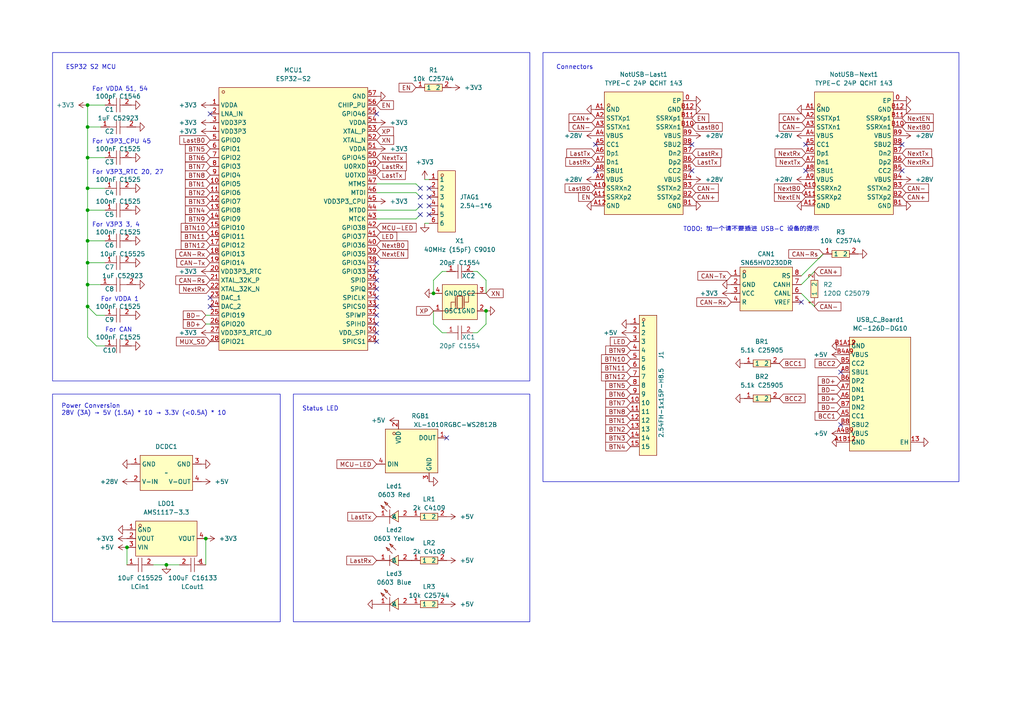
<source format=kicad_sch>
(kicad_sch (version 20230121) (generator eeschema)
  (paper "A4")
  (junction (at 25.4 30.48))
  (junction (at 59.69 156.21))
  (junction (at 125.73 85.09))
  (junction (at 25.4 45.72))
  (junction (at 36.83 158.75))
  (junction (at 25.4 88.9))
  (junction (at 48.26 163.83))
  (junction (at 25.4 60.96))
  (junction (at 25.4 54.61))
  (junction (at 25.4 82.55))
  (junction (at 25.4 76.2))
  (junction (at 25.4 69.85))
  (junction (at 140.97 90.17))
  (junction (at 25.4 36.83))
  (no_connect (at 109.22 83.82))
  (no_connect (at 200.66 41.91))
  (no_connect (at 109.22 86.36))
  (no_connect (at 172.72 41.91))
  (no_connect (at 124.46 57.15))
  (no_connect (at 124.46 54.61))
  (no_connect (at 109.22 88.9))
  (no_connect (at 109.22 96.52))
  (no_connect (at 109.22 76.2))
  (no_connect (at 172.72 49.53))
  (no_connect (at 233.68 49.53))
  (no_connect (at 243.84 107.95))
  (no_connect (at 109.22 91.44))
  (no_connect (at 109.22 78.74))
  (no_connect (at 109.22 33.02))
  (no_connect (at 60.96 33.02))
  (no_connect (at 243.84 123.19))
  (no_connect (at 261.62 41.91))
  (no_connect (at 121.92 57.15))
  (no_connect (at 261.62 49.53))
  (no_connect (at 124.46 59.69))
  (no_connect (at 232.41 87.63))
  (no_connect (at 109.22 81.28))
  (no_connect (at 60.96 88.9))
  (no_connect (at 109.22 99.06))
  (no_connect (at 124.46 62.23))
  (no_connect (at 109.22 93.98))
  (no_connect (at 200.66 49.53))
  (no_connect (at 121.92 59.69))
  (no_connect (at 121.92 54.61))
  (no_connect (at 60.96 86.36))
  (no_connect (at 129.54 127))
  (no_connect (at 233.68 41.91))
  (no_connect (at 121.92 62.23))
  (wire (pts (xy 120.65 55.88) (xy 121.92 57.15)))
  (wire (pts (xy 25.4 69.85) (xy 25.4 76.2)))
  (wire (pts (xy 25.4 30.48) (xy 30.48 30.48)))
  (wire (pts (xy 137.16 78.74) (xy 138.43 78.74)))
  (wire (pts (xy 128.27 96.52) (xy 129.54 96.52)))
  (wire (pts (xy 25.4 36.83) (xy 25.4 45.72)))
  (wire (pts (xy 125.73 81.28) (xy 128.27 78.74)))
  (wire (pts (xy 232.41 82.55) (xy 236.22 78.74)))
  (wire (pts (xy 124.46 64.77) (xy 123.19 64.77)))
  (wire (pts (xy 25.4 45.72) (xy 30.48 45.72)))
  (wire (pts (xy 25.4 54.61) (xy 30.48 54.61)))
  (wire (pts (xy 27.94 100.33) (xy 30.48 100.33)))
  (wire (pts (xy 109.22 60.96) (xy 120.65 60.96)))
  (wire (pts (xy 109.22 55.88) (xy 120.65 55.88)))
  (wire (pts (xy 124.46 52.07) (xy 123.19 52.07)))
  (wire (pts (xy 232.41 80.01) (xy 238.76 73.66)))
  (wire (pts (xy 25.4 60.96) (xy 30.48 60.96)))
  (wire (pts (xy 59.69 156.21) (xy 59.69 163.83)))
  (wire (pts (xy 25.4 54.61) (xy 25.4 60.96)))
  (wire (pts (xy 59.69 93.98) (xy 60.96 93.98)))
  (wire (pts (xy 128.27 78.74) (xy 129.54 78.74)))
  (wire (pts (xy 138.43 96.52) (xy 140.97 93.98)))
  (wire (pts (xy 25.4 76.2) (xy 25.4 82.55)))
  (wire (pts (xy 25.4 45.72) (xy 25.4 54.61)))
  (wire (pts (xy 25.4 82.55) (xy 25.4 88.9)))
  (wire (pts (xy 125.73 85.09) (xy 125.73 81.28)))
  (wire (pts (xy 109.22 63.5) (xy 120.65 63.5)))
  (wire (pts (xy 125.73 93.98) (xy 128.27 96.52)))
  (wire (pts (xy 125.73 90.17) (xy 125.73 93.98)))
  (wire (pts (xy 120.65 63.5) (xy 121.92 62.23)))
  (wire (pts (xy 25.4 60.96) (xy 25.4 69.85)))
  (wire (pts (xy 25.4 97.79) (xy 27.94 100.33)))
  (wire (pts (xy 27.94 91.44) (xy 30.48 91.44)))
  (wire (pts (xy 109.22 53.34) (xy 120.65 53.34)))
  (wire (pts (xy 140.97 81.28) (xy 140.97 85.09)))
  (wire (pts (xy 25.4 88.9) (xy 25.4 97.79)))
  (wire (pts (xy 25.4 88.9) (xy 27.94 91.44)))
  (wire (pts (xy 25.4 36.83) (xy 29.21 36.83)))
  (wire (pts (xy 140.97 90.17) (xy 140.97 93.98)))
  (wire (pts (xy 44.45 163.83) (xy 48.26 163.83)))
  (wire (pts (xy 232.41 85.09) (xy 236.22 88.9)))
  (wire (pts (xy 59.69 91.44) (xy 60.96 91.44)))
  (wire (pts (xy 25.4 76.2) (xy 30.48 76.2)))
  (wire (pts (xy 25.4 69.85) (xy 30.48 69.85)))
  (wire (pts (xy 137.16 96.52) (xy 138.43 96.52)))
  (wire (pts (xy 48.26 163.83) (xy 52.07 163.83)))
  (wire (pts (xy 36.83 158.75) (xy 36.83 163.83)))
  (wire (pts (xy 138.43 78.74) (xy 140.97 81.28)))
  (wire (pts (xy 120.65 53.34) (xy 121.92 54.61)))
  (wire (pts (xy 25.4 82.55) (xy 29.21 82.55)))
  (wire (pts (xy 120.65 60.96) (xy 121.92 59.69)))
  (wire (pts (xy 25.4 30.48) (xy 25.4 36.83)))
  (rectangle (start 157.48 15.24) (end 278.13 139.7))
  (rectangle (start 15.24 114.3) (end 81.28 180.34))
  (rectangle (start 85.09 114.3) (end 153.67 180.34))
  (rectangle (start 15.24 15.24) (end 153.67 110.49))
  (text "For VDDA 1" (at 29.21 87.63 0) (effects (font (size 1.27 1.27)) (justify left bottom)))
  (text "For V3P3_RTC 20, 27" (at 26.67 50.8 0) (effects (font (size 1.27 1.27)) (justify left bottom)))
  (text "For V3P3 3, 4" (at 26.67 66.04 0) (effects (font (size 1.27 1.27)) (justify left bottom)))
  (text "TODO: 加一个请不要插进 USB-C 设备的提示" (at 198.12 67.31 0) (effects (font (size 1.27 1.27)) (justify left bottom)))
  (text "Power Conversion\n28V (3A) → 5V (1.5A) * 10 → 3.3V (<0.5A) * 10" (at 17.78 120.65 0) (effects (font (size 1.27 1.27)) (justify left bottom)))
  (text "For VDDA 51, 54" (at 26.67 26.67 0) (effects (font (size 1.27 1.27)) (justify left bottom)))
  (text "Status LED" (at 87.63 119.38 0) (effects (font (size 1.27 1.27)) (justify left bottom)))
  (text "ESP32 S2 MCU" (at 19.05 20.32 0) (effects (font (size 1.27 1.27)) (justify left bottom)))
  (text "For V3P3_CPU 45" (at 26.67 41.91 0) (effects (font (size 1.27 1.27)) (justify left bottom)))
  (text "Connectors" (at 161.29 20.32 0) (effects (font (size 1.27 1.27)) (justify left bottom)))
  (text "For CAN\n" (at 30.48 96.52 0) (effects (font (size 1.27 1.27)) (justify left bottom)))
  (global_label "EN" (shape input) (at 200.66 34.29 0) (property "Intersheetrefs" "${INTERSHEET_REFS}" (effects hide)))
  (global_label "BTN4" (shape input) (at 60.96 60.96 180) (property "Intersheetrefs" "${INTERSHEET_REFS}" (effects hide)))
  (global_label "NextRx" (shape input) (at 60.96 83.82 180) (property "Intersheetrefs" "${INTERSHEET_REFS}" (effects hide)))
  (global_label "BD-" (shape input) (at 243.84 118.11 180) (property "Intersheetrefs" "${INTERSHEET_REFS}" (effects hide)))
  (global_label "CAN-Tx" (shape input) (at 60.96 76.2 180) (property "Intersheetrefs" "${INTERSHEET_REFS}" (effects hide)))
  (global_label "NextB0" (shape input) (at 233.68 54.61 180) (property "Intersheetrefs" "${INTERSHEET_REFS}" (effects hide)))
  (global_label "BD-" (shape input) (at 59.69 91.44 180) (property "Intersheetrefs" "${INTERSHEET_REFS}" (effects hide)))
  (global_label "XN" (shape input) (at 109.22 40.64 0) (property "Intersheetrefs" "${INTERSHEET_REFS}" (effects hide)))
  (global_label "MUX_S0" (shape input) (at 60.96 99.06 180) (property "Intersheetrefs" "${INTERSHEET_REFS}" (effects hide)))
  (global_label "CAN+" (shape input) (at 236.22 78.74 0) (property "Intersheetrefs" "${INTERSHEET_REFS}" (effects hide)))
  (global_label "BTN2" (shape input) (at 60.96 55.88 180) (property "Intersheetrefs" "${INTERSHEET_REFS}" (effects hide)))
  (global_label "NextEN" (shape input) (at 233.68 57.15 180) (property "Intersheetrefs" "${INTERSHEET_REFS}" (effects hide)))
  (global_label "LastB0" (shape input) (at 60.96 40.64 180) (property "Intersheetrefs" "${INTERSHEET_REFS}" (effects hide)))
  (global_label "BTN7" (shape input) (at 182.88 116.84 180) (property "Intersheetrefs" "${INTERSHEET_REFS}" (effects hide)))
  (global_label "BTN3" (shape input) (at 60.96 58.42 180) (property "Intersheetrefs" "${INTERSHEET_REFS}" (effects hide)))
  (global_label "NextEN" (shape input) (at 109.22 73.66 0) (property "Intersheetrefs" "${INTERSHEET_REFS}" (effects hide)))
  (global_label "LED" (shape input) (at 109.22 68.58 0) (property "Intersheetrefs" "${INTERSHEET_REFS}" (effects hide)))
  (global_label "CAN+" (shape input) (at 261.62 57.15 0) (property "Intersheetrefs" "${INTERSHEET_REFS}" (effects hide)))
  (global_label "BTN10" (shape input) (at 182.88 104.14 180) (property "Intersheetrefs" "${INTERSHEET_REFS}" (effects hide)))
  (global_label "BTN12" (shape input) (at 60.96 71.12 180) (property "Intersheetrefs" "${INTERSHEET_REFS}" (effects hide)))
  (global_label "EN" (shape input) (at 120.65 25.4 180) (property "Intersheetrefs" "${INTERSHEET_REFS}" (effects hide)))
  (global_label "BCC2" (shape input) (at 243.84 105.41 180) (property "Intersheetrefs" "${INTERSHEET_REFS}" (effects hide)))
  (global_label "MCU-LED" (shape input) (at 109.22 66.04 0) (property "Intersheetrefs" "${INTERSHEET_REFS}" (effects hide)))
  (global_label "CAN-Rx" (shape input) (at 60.96 73.66 180) (property "Intersheetrefs" "${INTERSHEET_REFS}" (effects hide)))
  (global_label "BTN2" (shape input) (at 182.88 124.46 180) (property "Intersheetrefs" "${INTERSHEET_REFS}" (effects hide)))
  (global_label "LastTx" (shape input) (at 109.22 149.86 180) (property "Intersheetrefs" "${INTERSHEET_REFS}" (effects hide)))
  (global_label "LED" (shape input) (at 182.88 99.06 180) (property "Intersheetrefs" "${INTERSHEET_REFS}" (effects hide)))
  (global_label "NextTx" (shape input) (at 233.68 46.99 180) (property "Intersheetrefs" "${INTERSHEET_REFS}" (effects hide)))
  (global_label "XN" (shape input) (at 140.97 85.09 0) (property "Intersheetrefs" "${INTERSHEET_REFS}" (effects hide)))
  (global_label "BTN9" (shape input) (at 182.88 101.6 180) (property "Intersheetrefs" "${INTERSHEET_REFS}" (effects hide)))
  (global_label "EN" (shape input) (at 172.72 57.15 180) (property "Intersheetrefs" "${INTERSHEET_REFS}" (effects hide)))
  (global_label "NextTx" (shape input) (at 261.62 44.45 0) (property "Intersheetrefs" "${INTERSHEET_REFS}" (effects hide)))
  (global_label "CAN-Rs" (shape input) (at 60.96 81.28 180) (property "Intersheetrefs" "${INTERSHEET_REFS}" (effects hide)))
  (global_label "BTN5" (shape input) (at 182.88 111.76 180) (property "Intersheetrefs" "${INTERSHEET_REFS}" (effects hide)))
  (global_label "BTN8" (shape input) (at 60.96 50.8 180) (property "Intersheetrefs" "${INTERSHEET_REFS}" (effects hide)))
  (global_label "CAN-" (shape input) (at 200.66 54.61 0) (property "Intersheetrefs" "${INTERSHEET_REFS}" (effects hide)))
  (global_label "BTN10" (shape input) (at 60.96 66.04 180) (property "Intersheetrefs" "${INTERSHEET_REFS}" (effects hide)))
  (global_label "LastRx" (shape input) (at 109.22 48.26 0) (property "Intersheetrefs" "${INTERSHEET_REFS}" (effects hide)))
  (global_label "BCC1" (shape input) (at 226.06 105.41 0) (property "Intersheetrefs" "${INTERSHEET_REFS}" (effects hide)))
  (global_label "BTN8" (shape input) (at 182.88 119.38 180) (property "Intersheetrefs" "${INTERSHEET_REFS}" (effects hide)))
  (global_label "LastTx" (shape input) (at 109.22 50.8 0) (property "Intersheetrefs" "${INTERSHEET_REFS}" (effects hide)))
  (global_label "BD+" (shape input) (at 59.69 93.98 180) (property "Intersheetrefs" "${INTERSHEET_REFS}" (effects hide)))
  (global_label "BTN11" (shape input) (at 182.88 106.68 180) (property "Intersheetrefs" "${INTERSHEET_REFS}" (effects hide)))
  (global_label "NextRx" (shape input) (at 261.62 46.99 0) (property "Intersheetrefs" "${INTERSHEET_REFS}" (effects hide)))
  (global_label "NextEN" (shape input) (at 261.62 34.29 0) (property "Intersheetrefs" "${INTERSHEET_REFS}" (effects hide)))
  (global_label "LastTx" (shape input) (at 200.66 46.99 0) (property "Intersheetrefs" "${INTERSHEET_REFS}" (effects hide)))
  (global_label "NextB0" (shape input) (at 261.62 36.83 0) (property "Intersheetrefs" "${INTERSHEET_REFS}" (effects hide)))
  (global_label "CAN+" (shape input) (at 200.66 57.15 0) (property "Intersheetrefs" "${INTERSHEET_REFS}" (effects hide)))
  (global_label "BTN9" (shape input) (at 60.96 63.5 180) (property "Intersheetrefs" "${INTERSHEET_REFS}" (effects hide)))
  (global_label "BTN3" (shape input) (at 182.88 127 180) (property "Intersheetrefs" "${INTERSHEET_REFS}" (effects hide)))
  (global_label "CAN-Rx" (shape input) (at 212.09 87.63 180) (property "Intersheetrefs" "${INTERSHEET_REFS}" (effects hide)))
  (global_label "BD+" (shape input) (at 243.84 110.49 180) (property "Intersheetrefs" "${INTERSHEET_REFS}" (effects hide)))
  (global_label "CAN+" (shape input) (at 172.72 34.29 180) (property "Intersheetrefs" "${INTERSHEET_REFS}" (effects hide)))
  (global_label "BTN6" (shape input) (at 60.96 45.72 180) (property "Intersheetrefs" "${INTERSHEET_REFS}" (effects hide)))
  (global_label "LastB0" (shape input) (at 172.72 54.61 180) (property "Intersheetrefs" "${INTERSHEET_REFS}" (effects hide)))
  (global_label "CAN-" (shape input) (at 233.68 36.83 180) (property "Intersheetrefs" "${INTERSHEET_REFS}" (effects hide)))
  (global_label "BTN7" (shape input) (at 60.96 48.26 180) (property "Intersheetrefs" "${INTERSHEET_REFS}" (effects hide)))
  (global_label "BTN1" (shape input) (at 182.88 121.92 180) (property "Intersheetrefs" "${INTERSHEET_REFS}" (effects hide)))
  (global_label "CAN-Tx" (shape input) (at 212.09 80.01 180) (property "Intersheetrefs" "${INTERSHEET_REFS}" (effects hide)))
  (global_label "EN" (shape input) (at 109.22 30.48 0) (property "Intersheetrefs" "${INTERSHEET_REFS}" (effects hide)))
  (global_label "BTN12" (shape input) (at 182.88 109.22 180) (property "Intersheetrefs" "${INTERSHEET_REFS}" (effects hide)))
  (global_label "BTN4" (shape input) (at 182.88 129.54 180) (property "Intersheetrefs" "${INTERSHEET_REFS}" (effects hide)))
  (global_label "LastB0" (shape input) (at 200.66 36.83 0) (property "Intersheetrefs" "${INTERSHEET_REFS}" (effects hide)))
  (global_label "CAN-" (shape input) (at 172.72 36.83 180) (property "Intersheetrefs" "${INTERSHEET_REFS}" (effects hide)))
  (global_label "LastRx" (shape input) (at 109.22 162.56 180) (property "Intersheetrefs" "${INTERSHEET_REFS}" (effects hide)))
  (global_label "BTN6" (shape input) (at 182.88 114.3 180) (property "Intersheetrefs" "${INTERSHEET_REFS}" (effects hide)))
  (global_label "XP" (shape input) (at 125.73 90.17 180) (property "Intersheetrefs" "${INTERSHEET_REFS}" (effects hide)))
  (global_label "NextB0" (shape input) (at 109.22 71.12 0) (property "Intersheetrefs" "${INTERSHEET_REFS}" (effects hide)))
  (global_label "BD-" (shape input) (at 243.84 113.03 180) (property "Intersheetrefs" "${INTERSHEET_REFS}" (effects hide)))
  (global_label "CAN+" (shape input) (at 233.68 34.29 180) (property "Intersheetrefs" "${INTERSHEET_REFS}" (effects hide)))
  (global_label "LastTx" (shape input) (at 172.72 44.45 180) (property "Intersheetrefs" "${INTERSHEET_REFS}" (effects hide)))
  (global_label "BCC1" (shape input) (at 243.84 120.65 180) (property "Intersheetrefs" "${INTERSHEET_REFS}" (effects hide)))
  (global_label "XP" (shape input) (at 109.22 38.1 0) (property "Intersheetrefs" "${INTERSHEET_REFS}" (effects hide)))
  (global_label "MCU-LED" (shape input) (at 109.22 134.62 180) (property "Intersheetrefs" "${INTERSHEET_REFS}" (effects hide)))
  (global_label "NextRx" (shape input) (at 233.68 44.45 180) (property "Intersheetrefs" "${INTERSHEET_REFS}" (effects hide)))
  (global_label "BTN11" (shape input) (at 60.96 68.58 180) (property "Intersheetrefs" "${INTERSHEET_REFS}" (effects hide)))
  (global_label "BTN1" (shape input) (at 60.96 53.34 180) (property "Intersheetrefs" "${INTERSHEET_REFS}" (effects hide)))
  (global_label "LastRx" (shape input) (at 172.72 46.99 180) (property "Intersheetrefs" "${INTERSHEET_REFS}" (effects hide)))
  (global_label "CAN-" (shape input) (at 236.22 88.9 0) (property "Intersheetrefs" "${INTERSHEET_REFS}" (effects hide)))
  (global_label "BD+" (shape input) (at 243.84 115.57 180) (property "Intersheetrefs" "${INTERSHEET_REFS}" (effects hide)))
  (global_label "CAN-" (shape input) (at 261.62 54.61 0) (property "Intersheetrefs" "${INTERSHEET_REFS}" (effects hide)))
  (global_label "BTN5" (shape input) (at 60.96 43.18 180) (property "Intersheetrefs" "${INTERSHEET_REFS}" (effects hide)))
  (global_label "CAN-Rs" (shape input) (at 238.76 73.66 180) (property "Intersheetrefs" "${INTERSHEET_REFS}" (effects hide)))
  (global_label "NextTx" (shape input) (at 109.22 45.72 0) (property "Intersheetrefs" "${INTERSHEET_REFS}" (effects hide)))
  (global_label "LastRx" (shape input) (at 200.66 44.45 0) (property "Intersheetrefs" "${INTERSHEET_REFS}" (effects hide)))
  (global_label "BCC2" (shape input) (at 226.06 115.57 0) (property "Intersheetrefs" "${INTERSHEET_REFS}" (effects hide)))
  (symbol (lib_id "power:+3V3") (at 60.96 35.56 90) (unit 1)
    (property "Reference" "#PWR040" (effects hide))
    (property "Value" "+3V3" (at 57.15 35.56 90) (effects (justify left)))
  )
  (symbol (lib_id "power:GND") (at 38.1 54.61 90) (unit 1)
    (property "Reference" "#PWR051" (effects hide))
    (property "Value" "GND" (effects hide))
  )
  (symbol (lib_id "0-LCSC:C-100nF") (at 34.29 54.61 0) (unit 1)
    (property "Reference" "C4" (at 31.75 55.88 0))
    (property "Value" "100nF C1525" (at 34.29 52.07 0))
    (property "Footprint" "easyeda:C0402" (effects hide))
    (property "Datasheet" "https://lcsc.com/product-detail/Multilayer-Ceramic-Capacitors-MLCC-SMD-SMT_SAMSUNG_CL05B104KO5NNNC_100nF-104-10-16V_C1525.html" (effects hide))
    (property "LCSC Part" "C1525" (effects hide))
  )
  (symbol (lib_id "power:+28V") (at 172.72 52.07 90) (unit 1)
    (property "Reference" "#PWR014" (effects hide))
    (property "Value" "+28V" (at 168.91 52.07 90) (effects (justify left)))
  )
  (symbol (lib_id "0-LCSC:C-10uF") (at 40.64 163.83 0) (unit 1)
    (property "Reference" "LCin1" (at 40.64 170.18 0))
    (property "Value" "10uF C15525" (at 40.64 167.64 0))
    (property "Footprint" "easyeda:C0402" (effects hide))
    (property "Datasheet" "https://lcsc.com/product-detail/Multilayer-Ceramic-Capacitors-MLCC-SMD-SMT_SAMSUNG_CL05A106MQ5NUNC_10uF-106-20-6-3V_C15525.html" (effects hide))
    (property "LCSC Part" "C15525" (effects hide))
  )
  (symbol (lib_id "0-LCSC:R-10k") (at 125.73 25.4 0) (unit 1)
    (property "Reference" "R1" (at 125.73 20.32 0))
    (property "Value" "10k C25744" (at 125.73 22.86 0))
    (property "Footprint" "easyeda:R0402" (effects hide))
    (property "Datasheet" "https://lcsc.com/product-detail/Chip-Resistor-Surface-Mount-UniOhm_10KR-1002-1_C25744.html" (effects hide))
    (property "LCSC Part" "C25744" (effects hide))
  )
  (symbol (lib_id "power:GND") (at 172.72 31.75 270) (unit 1)
    (property "Reference" "#PWR062" (effects hide))
    (property "Value" "GND" (effects hide))
  )
  (symbol (lib_id "0-LCSC:19-213_Y2C-CQ2R2L_3T(CY)") (at 114.3 162.56 0) (unit 1)
    (property "Reference" "Led2" (at 114.3 153.67 0))
    (property "Value" "0603 Yellow" (at 114.3 156.21 0))
    (property "Footprint" "easyeda:LED0603-RD-YELLOW" (effects hide))
    (property "Datasheet" "https://lcsc.com/product-detail/Light-Emitting-Diodes-LED_0603-Yellow-light_C72038.html" (effects hide))
    (property "LCSC Part" "C72038" (effects hide))
  )
  (symbol (lib_id "power:+3V3") (at 109.22 43.18 270) (unit 1)
    (property "Reference" "#PWR045" (effects hide))
    (property "Value" "+3V3" (at 113.03 43.18 90) (effects (justify left)))
  )
  (symbol (lib_id "0-LCSC:TYPE-C24PQCHT143") (at 186.69 44.45 0) (unit 1)
    (property "Reference" "NotUSB-Last1" (at 186.69 21.59 0))
    (property "Value" "TYPE-C 24P QCHT 143" (at 186.69 24.13 0))
    (property "Footprint" "easyeda:TYPE-C-USB-SMD_QCHT-143" (effects hide))
    (property "LCSC Part" "C5156604" (effects hide))
  )
  (symbol (lib_id "power:+5V") (at 129.54 175.26 270) (unit 1)
    (property "Reference" "#PWR057" (effects hide))
    (property "Value" "+5V" (at 133.35 175.26 90) (effects (justify left)))
  )
  (symbol (lib_id "power:GND") (at 123.19 64.77 0) (unit 1)
    (property "Reference" "#PWR059" (effects hide))
    (property "Value" "GND" (effects hide))
  )
  (symbol (lib_id "power:+3V3") (at 60.96 38.1 90) (unit 1)
    (property "Reference" "#PWR041" (effects hide))
    (property "Value" "+3V3" (at 57.15 38.1 90) (effects (justify left)))
  )
  (symbol (lib_id "power:+3V3") (at 36.83 156.21 90) (unit 1)
    (property "Reference" "#PWR036" (effects hide))
    (property "Value" "+3V3" (at 33.02 156.21 90) (effects (justify left)))
  )
  (symbol (lib_id "power:GND") (at 38.1 134.62 270) (unit 1)
    (property "Reference" "#PWR017" (effects hide))
    (property "Value" "GND" (effects hide))
  )
  (symbol (lib_id "power:GND") (at 39.37 36.83 90) (unit 1)
    (property "Reference" "#PWR044" (effects hide))
    (property "Value" "GND" (effects hide))
  )
  (symbol (lib_id "power:+28V") (at 200.66 39.37 270) (unit 1)
    (property "Reference" "#PWR011" (effects hide))
    (property "Value" "+28V" (at 204.47 39.37 90) (effects (justify left)))
  )
  (symbol (lib_id "power:GND") (at 58.42 134.62 90) (unit 1)
    (property "Reference" "#PWR070" (effects hide))
    (property "Value" "GND" (effects hide))
  )
  (symbol (lib_id "0-LCSC:C-1uF") (at 34.29 36.83 0) (unit 1)
    (property "Reference" "C2" (at 31.75 38.1 0))
    (property "Value" "1uF C52923" (at 34.29 34.29 0))
    (property "Footprint" "easyeda:C0402" (effects hide))
    (property "Datasheet" "https://lcsc.com/product-detail/Multilayer-Ceramic-Capacitors-MLCC-SMD-SMT_SAMSUNG_CL05A105KA5NQNC_1uF-105-10-25V_C52923.html" (effects hide))
    (property "LCSC Part" "C52923" (effects hide))
  )
  (symbol (lib_id "0-LCSC:R-2k") (at 124.46 149.86 0) (unit 1)
    (property "Reference" "LR1" (at 124.46 144.78 0))
    (property "Value" "2k C4109" (at 124.46 147.32 0))
    (property "Footprint" "easyeda:R0402" (effects hide))
    (property "Datasheet" "https://lcsc.com/product-detail/Chip-Resistor-Surface-Mount-UniOhm_2KR-2001-1_C4109.html" (effects hide))
    (property "LCSC Part" "C4109" (effects hide))
  )
  (symbol (lib_id "0-LCSC:C-20pF") (at 133.35 96.52 0) (unit 1)
    (property "Reference" "XC1" (at 135.89 97.79 0))
    (property "Value" "20pF C1554" (at 133.35 100.33 0))
    (property "Footprint" "easyeda:C0402" (effects hide))
    (property "Datasheet" "https://lcsc.com/product-detail/Multilayer-Ceramic-Capacitors-MLCC-SMD-SMT_20pF-200-5-50V_C1554.html" (effects hide))
    (property "LCSC Part" "C1554" (effects hide))
  )
  (symbol (lib_id "power:GND") (at 124.46 139.7 90) (unit 1)
    (property "Reference" "#PWR01" (effects hide))
    (property "Value" "GND" (effects hide))
  )
  (symbol (lib_id "power:GND") (at 140.97 90.17 90) (unit 1)
    (property "Reference" "#PWR023" (effects hide))
    (property "Value" "GND" (effects hide))
  )
  (symbol (lib_id "power:GND") (at 38.1 76.2 90) (unit 1)
    (property "Reference" "#PWR053" (effects hide))
    (property "Value" "GND" (effects hide))
  )
  (symbol (lib_id "0-LCSC:C-100pF") (at 34.29 30.48 0) (unit 1)
    (property "Reference" "C1" (at 31.75 31.75 0))
    (property "Value" "100pF C1546" (at 34.29 27.94 0))
    (property "Footprint" "easyeda:C0402" (effects hide))
    (property "Datasheet" "https://lcsc.com/product-detail/Multilayer-Ceramic-Capacitors-MLCC-SMD-SMT_100pF-101-5-50V_C1546.html" (effects hide))
    (property "LCSC Part" "C1546" (effects hide))
  )
  (symbol (lib_id "0-LCSC:KT-0603R") (at 114.3 175.26 0) (unit 1)
    (property "Reference" "Led3" (at 114.3 166.37 0))
    (property "Value" "0603 Blue" (at 114.3 168.91 0))
    (property "Footprint" "easyeda:LED0603-RD" (effects hide))
    (property "Datasheet" "https://lcsc.com/product-detail/Light-Emitting-Diodes-LED_Red-LED-0603_C2286.html" (effects hide))
    (property "LCSC Part" "C2286" (effects hide))
  )
  (symbol (lib_id "power:+28V") (at 200.66 52.07 270) (unit 1)
    (property "Reference" "#PWR015" (effects hide))
    (property "Value" "+28V" (at 204.47 52.07 90) (effects (justify left)))
  )
  (symbol (lib_id "0-LCSC:AMS1117-3.3") (at 48.26 156.21 0) (unit 1)
    (property "Reference" "LDO1" (at 48.26 146.05 0))
    (property "Value" "AMS1117-3.3" (at 48.26 148.59 0))
    (property "Footprint" "easyeda:SOT-223-3_L6.5-W3.4-P2.30-LS7.0-BR" (effects hide))
    (property "Datasheet" "https://lcsc.com/product-detail/Low-Dropout-Regulators-LDO_AMS_AMS1117-3-3_AMS1117-3-3_C6186.html" (effects hide))
    (property "LCSC Part" "C6186" (effects hide))
  )
  (symbol (lib_id "power:GND") (at 38.1 30.48 90) (unit 1)
    (property "Reference" "#PWR043" (effects hide))
    (property "Value" "GND" (effects hide))
  )
  (symbol (lib_id "easyeda:SN65HVD230DR") (at 222.25 83.82 0) (unit 1)
    (property "Reference" "CAN1" (at 222.25 73.66 0))
    (property "Value" "SN65HVD230DR" (at 222.25 76.2 0))
    (property "Footprint" "easyeda:SOIC-8_L4.9-W3.9-P1.27-LS6.0-BL" (effects hide))
    (property "Datasheet" "https://lcsc.com/product-detail/CAN_TI_SN65HVD230DR_SN65HVD230DR_C12084.html" (effects hide))
    (property "LCSC Part" "C12084" (effects hide))
  )
  (symbol (lib_id "power:+3V3") (at 123.19 52.07 0) (unit 1)
    (property "Reference" "#PWR058" (effects hide))
    (property "Value" "+3V3" (at 123.19 46.99 0))
  )
  (symbol (lib_id "power:+3V3") (at 109.22 58.42 270) (unit 1)
    (property "Reference" "#PWR046" (effects hide))
    (property "Value" "+3V3" (at 113.03 58.42 90) (effects (justify left)))
  )
  (symbol (lib_id "0-LCSC:C-100uF-Tan") (at 55.88 163.83 0) (unit 1)
    (property "Reference" "LCout1" (at 55.88 170.18 0))
    (property "Value" "100uF C16133" (at 55.88 167.64 0))
    (property "Footprint" "easyeda:CASE-B_3528" (effects hide))
    (property "Datasheet" "https://lcsc.com/product-detail/Tantalum-Capacitors_AVX_TAJB107K006RNJ_100uF-107-10-6-3V_C16133.html" (effects hide))
    (property "LCSC Part" "C16133" (effects hide))
  )
  (symbol (lib_id "power:GND") (at 261.62 29.21 90) (unit 1)
    (property "Reference" "#PWR07" (effects hide))
    (property "Value" "GND" (effects hide))
  )
  (symbol (lib_id "0-LCSC:C-100nF") (at 34.29 45.72 0) (unit 1)
    (property "Reference" "C3" (at 31.75 46.99 0))
    (property "Value" "100nF C1525" (at 34.29 43.18 0))
    (property "Footprint" "easyeda:C0402" (effects hide))
    (property "Datasheet" "https://lcsc.com/product-detail/Multilayer-Ceramic-Capacitors-MLCC-SMD-SMT_SAMSUNG_CL05B104KO5NNNC_100nF-104-10-16V_C1525.html" (effects hide))
    (property "LCSC Part" "C1525" (effects hide))
  )
  (symbol (lib_id "0-LCSC:R-2k") (at 124.46 162.56 0) (unit 1)
    (property "Reference" "LR2" (at 124.46 157.48 0))
    (property "Value" "2k C4109" (at 124.46 160.02 0))
    (property "Footprint" "easyeda:R0402" (effects hide))
    (property "Datasheet" "https://lcsc.com/product-detail/Chip-Resistor-Surface-Mount-UniOhm_2KR-2001-1_C4109.html" (effects hide))
    (property "LCSC Part" "C4109" (effects hide))
  )
  (symbol (lib_id "0-LCSC:2.54-1*6") (at 129.54 58.42 0) (unit 1)
    (property "Reference" "JTAG1" (at 133.35 57.15 0) (effects (justify left)))
    (property "Value" "2.54-1*6" (at 133.35 59.69 0) (effects (justify left)))
    (property "Footprint" "easyeda:HDR-TH_6P-P2.54-V-M" (effects hide))
    (property "LCSC Part" "C5156615" (effects hide))
  )
  (symbol (lib_id "power:GND") (at 109.22 175.26 270) (unit 1)
    (property "Reference" "#PWR065" (effects hide))
    (property "Value" "GND" (effects hide))
  )
  (symbol (lib_id "power:GND") (at 248.92 73.66 90) (unit 1)
    (property "Reference" "#PWR066" (effects hide))
    (property "Value" "GND" (effects hide))
  )
  (symbol (lib_id "0-LCSC:R-5.1k") (at 220.98 115.57 0) (unit 1)
    (property "Reference" "BR2" (at 220.98 109.22 0))
    (property "Value" "5.1k C25905" (at 220.98 111.76 0))
    (property "Footprint" "easyeda:R0402" (effects hide))
    (property "Datasheet" "https://lcsc.com/product-detail/Chip-Resistor-Surface-Mount-UniOhm_5-1KR-5101-1_C25905.html" (effects hide))
    (property "LCSC Part" "C25905" (effects hide))
  )
  (symbol (lib_id "power:+5V") (at 243.84 102.87 90) (unit 1)
    (property "Reference" "#PWR029" (effects hide))
    (property "Value" "+5V" (at 240.03 102.87 90) (effects (justify left)))
  )
  (symbol (lib_id "power:GND") (at 38.1 45.72 90) (unit 1)
    (property "Reference" "#PWR047" (effects hide))
    (property "Value" "GND" (effects hide))
  )
  (symbol (lib_id "0-LCSC:KT-0603R") (at 114.3 149.86 0) (unit 1)
    (property "Reference" "Led1" (at 114.3 140.97 0))
    (property "Value" "0603 Red" (at 114.3 143.51 0))
    (property "Footprint" "easyeda:LED0603-RD" (effects hide))
    (property "Datasheet" "https://lcsc.com/product-detail/Light-Emitting-Diodes-LED_Red-LED-0603_C2286.html" (effects hide))
    (property "LCSC Part" "C2286" (effects hide))
  )
  (symbol (lib_id "power:GND") (at 261.62 31.75 90) (unit 1)
    (property "Reference" "#PWR06" (effects hide))
    (property "Value" "GND" (effects hide))
  )
  (symbol (lib_id "power:GND") (at 48.26 163.83 0) (unit 1)
    (property "Reference" "#PWR037" (effects hide))
    (property "Value" "GND" (effects hide))
  )
  (symbol (lib_id "power:GND") (at 38.1 60.96 90) (unit 1)
    (property "Reference" "#PWR050" (effects hide))
    (property "Value" "GND" (effects hide))
  )
  (symbol (lib_id "power:+5V") (at 129.54 149.86 270) (unit 1)
    (property "Reference" "#PWR069" (effects hide))
    (property "Value" "+5V" (at 133.35 149.86 90) (effects (justify left)))
  )
  (symbol (lib_id "power:+3V3") (at 109.22 35.56 270) (unit 1)
    (property "Reference" "#PWR038" (effects hide))
    (property "Value" "+3V3" (at 113.03 35.56 90) (effects (justify left)))
  )
  (symbol (lib_id "0-LCSC:C-100nF") (at 34.29 100.33 0) (unit 1)
    (property "Reference" "C10" (at 31.75 101.6 0))
    (property "Value" "100nF C1525" (at 34.29 97.79 0))
    (property "Footprint" "easyeda:C0402" (effects hide))
    (property "Datasheet" "https://lcsc.com/product-detail/Multilayer-Ceramic-Capacitors-MLCC-SMD-SMT_SAMSUNG_CL05B104KO5NNNC_100nF-104-10-16V_C1525.html" (effects hide))
    (property "LCSC Part" "C1525" (effects hide))
  )
  (symbol (lib_id "power:GND") (at 125.73 85.09 270) (unit 1)
    (property "Reference" "#PWR024" (effects hide))
    (property "Value" "GND" (effects hide))
  )
  (symbol (lib_id "power:+3V3") (at 60.96 78.74 90) (unit 1)
    (property "Reference" "#PWR042" (effects hide))
    (property "Value" "+3V3" (at 57.15 78.74 90) (effects (justify left)))
  )
  (symbol (lib_id "power:+5V") (at 129.54 162.56 270) (unit 1)
    (property "Reference" "#PWR068" (effects hide))
    (property "Value" "+5V" (at 133.35 162.56 90) (effects (justify left)))
  )
  (symbol (lib_id "0-LCSC:C-100nF") (at 34.29 91.44 0) (unit 1)
    (property "Reference" "C9" (at 31.75 92.71 0))
    (property "Value" "100nF C1525" (at 34.29 88.9 0))
    (property "Footprint" "easyeda:C0402" (effects hide))
    (property "Datasheet" "https://lcsc.com/product-detail/Multilayer-Ceramic-Capacitors-MLCC-SMD-SMT_SAMSUNG_CL05B104KO5NNNC_100nF-104-10-16V_C1525.html" (effects hide))
    (property "LCSC Part" "C1525" (effects hide))
  )
  (symbol (lib_id "power:+3V3") (at 60.96 30.48 90) (unit 1)
    (property "Reference" "#PWR039" (effects hide))
    (property "Value" "+3V3" (at 57.15 30.48 90) (effects (justify left)))
  )
  (symbol (lib_id "power:GND") (at 200.66 29.21 90) (unit 1)
    (property "Reference" "#PWR060" (effects hide))
    (property "Value" "GND" (effects hide))
  )
  (symbol (lib_id "power:GND") (at 243.84 128.27 270) (unit 1)
    (property "Reference" "#PWR032" (effects hide))
    (property "Value" "GND" (effects hide))
  )
  (symbol (lib_id "easyeda:MC-126D-DG10") (at 256.54 115.57 0) (unit 1)
    (property "Reference" "USB_C_Board1" (at 255.27 92.71 0))
    (property "Value" "MC-126D-DG10" (at 255.27 95.25 0))
    (property "Footprint" "easyeda:USB-C-SMD_HANBO_MC-126D-DG10" (effects hide))
    (property "LCSC Part" "C6332272" (effects hide))
  )
  (symbol (lib_id "0-LCSC:C-100nF") (at 34.29 60.96 0) (unit 1)
    (property "Reference" "C5" (at 31.75 62.23 0))
    (property "Value" "100nF C1525" (at 34.29 58.42 0))
    (property "Footprint" "easyeda:C0402" (effects hide))
    (property "Datasheet" "https://lcsc.com/product-detail/Multilayer-Ceramic-Capacitors-MLCC-SMD-SMT_SAMSUNG_CL05B104KO5NNNC_100nF-104-10-16V_C1525.html" (effects hide))
    (property "LCSC Part" "C1525" (effects hide))
  )
  (symbol (lib_id "power:GND") (at 243.84 100.33 270) (unit 1)
    (property "Reference" "#PWR031" (effects hide))
    (property "Value" "GND" (effects hide))
  )
  (symbol (lib_id "0-LCSC:X-40MHz-15pF") (at 133.35 87.63 0) (unit 1)
    (property "Reference" "X1" (at 133.35 69.85 0))
    (property "Value" "40MHz (15pF) C9010" (at 133.35 72.39 0))
    (property "Footprint" "easyeda:OSC-SMD_4P-L3.2-W2.5-BL_SIT8008BI" (effects hide))
    (property "Datasheet" "https://lcsc.com/product-detail/SMD-Crystals_YSX321SL-40MHZ-15PF-10PPM-40-85_C9010.html" (effects hide))
    (property "LCSC Part" "C9010" (effects hide))
  )
  (symbol (lib_id "power:+3V3") (at 60.96 96.52 90) (unit 1)
    (property "Reference" "#PWR049" (effects hide))
    (property "Value" "+3V3" (at 57.15 96.52 90) (effects (justify left)))
  )
  (symbol (lib_id "power:GND") (at 38.1 100.33 90) (unit 1)
    (property "Reference" "#PWR067" (effects hide))
    (property "Value" "GND" (effects hide))
  )
  (symbol (lib_id "power:GND") (at 266.7 128.27 90) (unit 1)
    (property "Reference" "#PWR033" (effects hide))
    (property "Value" "GND" (effects hide))
  )
  (symbol (lib_id "0-LCSC:C-20pF") (at 133.35 78.74 0) (unit 1)
    (property "Reference" "XC2" (at 135.89 80.01 0))
    (property "Value" "20pF C1554" (at 133.35 76.2 0))
    (property "Footprint" "easyeda:C0402" (effects hide))
    (property "Datasheet" "https://lcsc.com/product-detail/Multilayer-Ceramic-Capacitors-MLCC-SMD-SMT_20pF-200-5-50V_C1554.html" (effects hide))
    (property "LCSC Part" "C1554" (effects hide))
  )
  (symbol (lib_id "power:GND") (at 233.68 59.69 270) (unit 1)
    (property "Reference" "#PWR04" (effects hide))
    (property "Value" "GND" (effects hide))
  )
  (symbol (lib_id "power:GND") (at 182.88 93.98 270) (unit 1)
    (property "Reference" "#PWR020" (effects hide))
    (property "Value" "GND" (effects hide))
  )
  (symbol (lib_id "power:GND") (at 200.66 31.75 90) (unit 1)
    (property "Reference" "#PWR061" (effects hide))
    (property "Value" "GND" (effects hide))
  )
  (symbol (lib_id "power:GND") (at 212.09 82.55 270) (unit 1)
    (property "Reference" "#PWR022" (effects hide))
    (property "Value" "GND" (effects hide))
  )
  (symbol (lib_id "power:+3V3") (at 25.4 30.48 90) (unit 1)
    (property "Reference" "#PWR048" (effects hide))
    (property "Value" "+3V3" (at 21.59 30.48 90) (effects (justify left)))
  )
  (symbol (lib_id "power:GND") (at 215.9 115.57 270) (unit 1)
    (property "Reference" "#PWR034" (effects hide))
    (property "Value" "GND" (effects hide))
  )
  (symbol (lib_id "power:+28V") (at 261.62 39.37 270) (unit 1)
    (property "Reference" "#PWR08" (effects hide))
    (property "Value" "+28V" (at 265.43 39.37 90) (effects (justify left)))
  )
  (symbol (lib_id "0-LCSC:R-5.1k") (at 220.98 105.41 0) (unit 1)
    (property "Reference" "BR1" (at 220.98 99.06 0))
    (property "Value" "5.1k C25905" (at 220.98 101.6 0))
    (property "Footprint" "easyeda:R0402" (effects hide))
    (property "Datasheet" "https://lcsc.com/product-detail/Chip-Resistor-Surface-Mount-UniOhm_5-1KR-5101-1_C25905.html" (effects hide))
    (property "LCSC Part" "C25905" (effects hide))
  )
  (symbol (lib_id "power:+5V") (at 58.42 139.7 270) (unit 1)
    (property "Reference" "#PWR019" (effects hide))
    (property "Value" "+5V" (at 62.23 139.7 90) (effects (justify left)))
  )
  (symbol (lib_id "0-LCSC:KH-2.54FH-1X15P-H8.5") (at 187.96 111.76 0) (unit 1)
    (property "Reference" "J1" (at 191.77 104.14 90) (effects (justify left)))
    (property "Value" "2.54FH-1x15P-H8.5" (at 191.77 127 90) (effects (justify left)))
    (property "Footprint" "easyeda:HDR-TH_15P-P2.54-V-F" (effects hide))
    (property "LCSC Part" "C2932676" (effects hide))
  )
  (symbol (lib_id "power:+3V3") (at 59.69 156.21 270) (unit 1)
    (property "Reference" "#PWR027" (effects hide))
    (property "Value" "+3V3" (at 63.5 156.21 90) (effects (justify left)))
  )
  (symbol (lib_id "power:+28V") (at 38.1 139.7 90) (unit 1)
    (property "Reference" "#PWR018" (effects hide))
    (property "Value" "+28V" (at 34.29 139.7 90) (effects (justify left)))
  )
  (symbol (lib_id "power:GND") (at 233.68 31.75 270) (unit 1)
    (property "Reference" "#PWR03" (effects hide))
    (property "Value" "GND" (effects hide))
  )
  (symbol (lib_id "0-LCSC:ZAVE-DCDC") (at 48.26 137.16 0) (unit 1)
    (property "Reference" "DCDC1" (at 48.26 129.54 0))
    (property "Value" "~" (at 48.26 137.16 0))
    (property "Footprint" "easyeda:DCDC" (effects hide))
  )
  (symbol (lib_id "power:GND") (at 38.1 69.85 90) (unit 1)
    (property "Reference" "#PWR052" (effects hide))
    (property "Value" "GND" (effects hide))
  )
  (symbol (lib_id "power:+5V") (at 36.83 158.75 90) (unit 1)
    (property "Reference" "#PWR030" (effects hide))
    (property "Value" "+5V" (at 33.02 158.75 90) (effects (justify left)))
  )
  (symbol (lib_id "easyeda:ESP32-S2") (at 85.09 63.5 0) (unit 1)
    (property "Reference" "MCU1" (at 85.09 20.32 0))
    (property "Value" "ESP32-S2" (at 85.09 22.86 0))
    (property "Footprint" "easyeda:QFN-56_L7.0-W7.0-P0.40-TL-EP4.0" (effects hide))
    (property "LCSC Part" "C529594" (effects hide))
  )
  (symbol (lib_id "power:GND") (at 215.9 105.41 270) (unit 1)
    (property "Reference" "#PWR026" (effects hide))
    (property "Value" "GND" (effects hide))
  )
  (symbol (lib_id "0-LCSC:R-120") (at 236.22 83.82 90) (unit 1)
    (property "Reference" "R2" (at 238.76 82.55 90) (effects (justify right)))
    (property "Value" "120Ω C25079" (at 238.76 85.09 90) (effects (justify right)))
    (property "Footprint" "easyeda:R0402" (effects hide))
    (property "Datasheet" "https://lcsc.com/product-detail/Chip-Resistor-Surface-Mount-UniOhm_120R-1200-1_C25079.html" (effects hide))
    (property "LCSC Part" "C25079" (effects hide))
  )
  (symbol (lib_id "power:GND") (at 200.66 59.69 90) (unit 1)
    (property "Reference" "#PWR064" (effects hide))
    (property "Value" "GND" (effects hide))
  )
  (symbol (lib_id "power:GND") (at 36.83 153.67 270) (unit 1)
    (property "Reference" "#PWR035" (effects hide))
    (property "Value" "GND" (effects hide))
  )
  (symbol (lib_id "power:+28V") (at 172.72 39.37 90) (unit 1)
    (property "Reference" "#PWR09" (effects hide))
    (property "Value" "+28V" (at 168.91 39.37 90) (effects (justify left)))
  )
  (symbol (lib_id "power:+5V") (at 115.57 121.92 90) (unit 1)
    (property "Reference" "#PWR02" (effects hide))
    (property "Value" "+5V" (at 111.76 121.92 90) (effects (justify left)))
  )
  (symbol (lib_id "power:+5V") (at 182.88 96.52 90) (unit 1)
    (property "Reference" "#PWR021" (effects hide))
    (property "Value" "+5V" (at 179.07 96.52 90) (effects (justify left)))
  )
  (symbol (lib_id "0-LCSC:R-10k") (at 124.46 175.26 0) (unit 1)
    (property "Reference" "LR3" (at 124.46 170.18 0))
    (property "Value" "10k C25744" (at 124.46 172.72 0))
    (property "Footprint" "easyeda:R0402" (effects hide))
    (property "Datasheet" "https://lcsc.com/product-detail/Chip-Resistor-Surface-Mount-UniOhm_10KR-1002-1_C25744.html" (effects hide))
    (property "LCSC Part" "C25744" (effects hide))
  )
  (symbol (lib_id "power:+28V") (at 261.62 52.07 270) (unit 1)
    (property "Reference" "#PWR012" (effects hide))
    (property "Value" "+28V" (at 265.43 52.07 90) (effects (justify left)))
  )
  (symbol (lib_id "power:+28V") (at 233.68 39.37 90) (unit 1)
    (property "Reference" "#PWR013" (effects hide))
    (property "Value" "+28V" (at 229.87 39.37 90) (effects (justify left)))
  )
  (symbol (lib_id "power:+3V3") (at 130.81 25.4 270) (unit 1)
    (property "Reference" "#PWR016" (effects hide))
    (property "Value" "+3V3" (at 134.62 25.4 90) (effects (justify left)))
  )
  (symbol (lib_id "0-LCSC:TYPE-C24PQCHT143") (at 247.65 44.45 0) (unit 1)
    (property "Reference" "NotUSB-Next1" (at 247.65 21.59 0))
    (property "Value" "TYPE-C 24P QCHT 143" (at 247.65 24.13 0))
    (property "Footprint" "easyeda:TYPE-C-USB-SMD_QCHT-143" (effects hide))
    (property "LCSC Part" "C5156604" (effects hide))
  )
  (symbol (lib_id "power:GND") (at 172.72 59.69 270) (unit 1)
    (property "Reference" "#PWR063" (effects hide))
    (property "Value" "GND" (effects hide))
  )
  (symbol (lib_id "power:+3V3") (at 212.09 85.09 90) (unit 1)
    (property "Reference" "#PWR056" (effects hide))
    (property "Value" "+3V3" (at 208.28 85.09 90) (effects (justify left)))
  )
  (symbol (lib_id "easyeda:XL-1010RGBC-WS2812B") (at 119.38 130.81 0) (unit 1)
    (property "Reference" "RGB1" (at 121.92 120.65 0))
    (property "Value" "XL-1010RGBC-WS2812B" (at 132.08 123.19 0))
    (property "Footprint" "easyeda:LED-SMD_4P-L1.0-W1.0-TL_XL-1010RGBC-WS2812B" (effects hide))
    (property "LCSC Part" "C5349953" (effects hide))
  )
  (symbol (lib_id "0-LCSC:R-10k") (at 243.84 73.66 0) (unit 1)
    (property "Reference" "R3" (at 243.84 67.31 0))
    (property "Value" "10k C25744" (at 243.84 69.85 0))
    (property "Footprint" "easyeda:R0402" (effects hide))
    (property "Datasheet" "https://lcsc.com/product-detail/Chip-Resistor-Surface-Mount-UniOhm_10KR-1002-1_C25744.html" (effects hide))
    (property "LCSC Part" "C25744" (effects hide))
  )
  (symbol (lib_id "0-LCSC:C-10uF") (at 34.29 76.2 0) (unit 1)
    (property "Reference" "C7" (at 31.75 77.47 0))
    (property "Value" "10uF C15525" (at 35.56 73.66 0))
    (property "Footprint" "easyeda:C0402" (effects hide))
    (property "Datasheet" "https://lcsc.com/product-detail/Multilayer-Ceramic-Capacitors-MLCC-SMD-SMT_SAMSUNG_CL05A106MQ5NUNC_10uF-106-20-6-3V_C15525.html" (effects hide))
    (property "LCSC Part" "C15525" (effects hide))
  )
  (symbol (lib_id "0-LCSC:C-100nF") (at 34.29 69.85 0) (unit 1)
    (property "Reference" "C6" (at 31.75 71.12 0))
    (property "Value" "100nF C1525" (at 34.29 67.31 0))
    (property "Footprint" "easyeda:C0402" (effects hide))
    (property "Datasheet" "https://lcsc.com/product-detail/Multilayer-Ceramic-Capacitors-MLCC-SMD-SMT_SAMSUNG_CL05B104KO5NNNC_100nF-104-10-16V_C1525.html" (effects hide))
    (property "LCSC Part" "C1525" (effects hide))
  )
  (symbol (lib_id "power:+5V") (at 243.84 125.73 90) (unit 1)
    (property "Reference" "#PWR028" (effects hide))
    (property "Value" "+5V" (at 240.03 125.73 90) (effects (justify left)))
  )
  (symbol (lib_id "power:GND") (at 38.1 91.44 90) (unit 1)
    (property "Reference" "#PWR055" (effects hide))
    (property "Value" "GND" (effects hide))
  )
  (symbol (lib_id "power:GND") (at 39.37 82.55 90) (unit 1)
    (property "Reference" "#PWR054" (effects hide))
    (property "Value" "GND" (effects hide))
  )
  (symbol (lib_id "0-LCSC:C-1uF") (at 34.29 82.55 0) (unit 1)
    (property "Reference" "C8" (at 31.75 83.82 0))
    (property "Value" "1uF C52923" (at 35.56 80.01 0))
    (property "Footprint" "easyeda:C0402" (effects hide))
    (property "Datasheet" "https://lcsc.com/product-detail/Multilayer-Ceramic-Capacitors-MLCC-SMD-SMT_SAMSUNG_CL05A105KA5NQNC_1uF-105-10-25V_C52923.html" (effects hide))
    (property "LCSC Part" "C52923" (effects hide))
  )
  (symbol (lib_id "power:GND") (at 109.22 27.94 90) (unit 1)
    (property "Reference" "#PWR025" (effects hide))
    (property "Value" "GND" (effects hide))
  )
  (symbol (lib_id "power:+28V") (at 233.68 52.07 90) (unit 1)
    (property "Reference" "#PWR010" (effects hide))
    (property "Value" "+28V" (at 229.87 52.07 90) (effects (justify left)))
  )
  (symbol (lib_id "power:GND") (at 261.62 59.69 90) (unit 1)
    (property "Reference" "#PWR05" (effects hide))
    (property "Value" "GND" (effects hide))
  )
)
</source>
